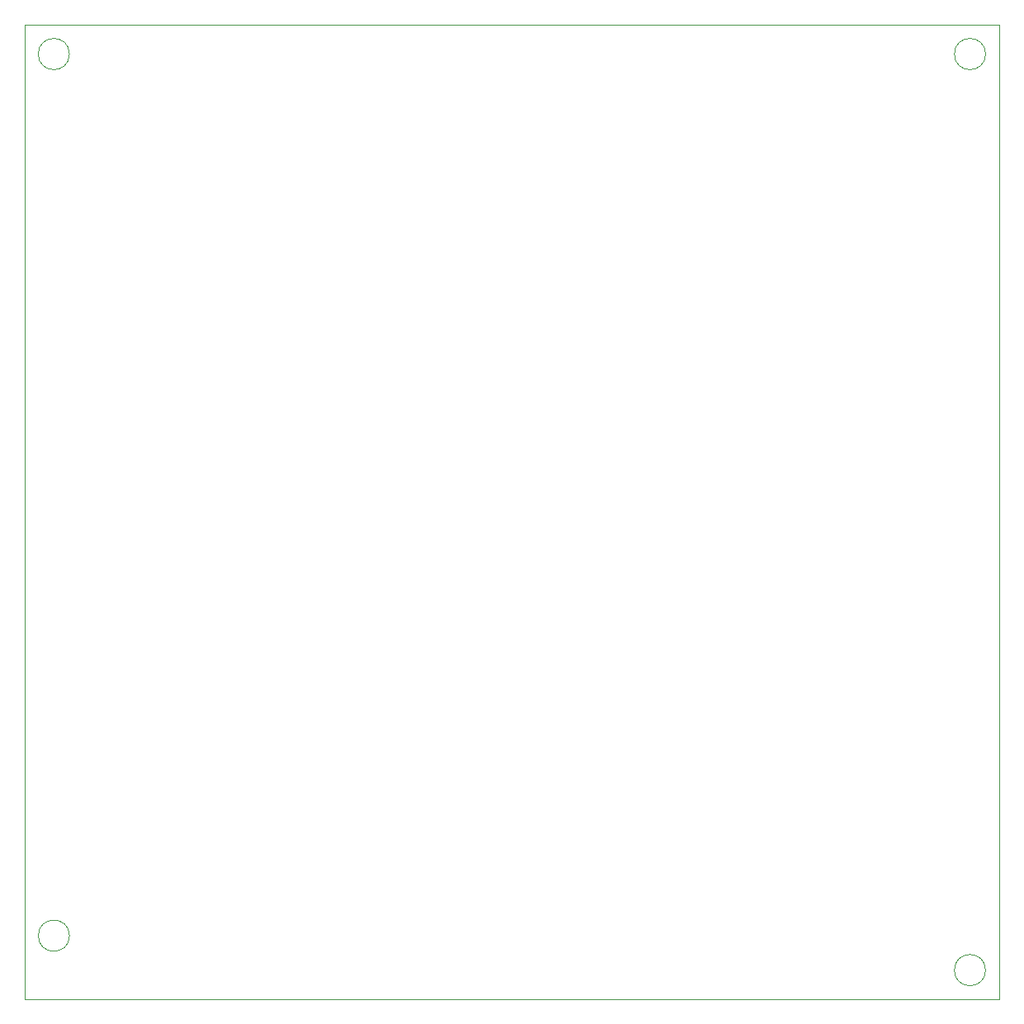
<source format=gbr>
%TF.GenerationSoftware,KiCad,Pcbnew,9.0.0*%
%TF.CreationDate,2025-10-26T21:30:55-07:00*%
%TF.ProjectId,main_supply_3,6d61696e-5f73-4757-9070-6c795f332e6b,rev?*%
%TF.SameCoordinates,Original*%
%TF.FileFunction,Profile,NP*%
%FSLAX46Y46*%
G04 Gerber Fmt 4.6, Leading zero omitted, Abs format (unit mm)*
G04 Created by KiCad (PCBNEW 9.0.0) date 2025-10-26 21:30:55*
%MOMM*%
%LPD*%
G01*
G04 APERTURE LIST*
%TA.AperFunction,Profile*%
%ADD10C,0.050000*%
%TD*%
G04 APERTURE END LIST*
D10*
X198600000Y-53000000D02*
G75*
G02*
X195400000Y-53000000I-1600000J0D01*
G01*
X195400000Y-53000000D02*
G75*
G02*
X198600000Y-53000000I1600000J0D01*
G01*
X198600000Y-147000000D02*
G75*
G02*
X195400000Y-147000000I-1600000J0D01*
G01*
X195400000Y-147000000D02*
G75*
G02*
X198600000Y-147000000I1600000J0D01*
G01*
X100000000Y-50000000D02*
X200000000Y-50000000D01*
X200000000Y-150000000D01*
X100000000Y-150000000D01*
X100000000Y-50000000D01*
X104600000Y-143465000D02*
G75*
G02*
X101400000Y-143465000I-1600000J0D01*
G01*
X101400000Y-143465000D02*
G75*
G02*
X104600000Y-143465000I1600000J0D01*
G01*
X104600000Y-53000000D02*
G75*
G02*
X101400000Y-53000000I-1600000J0D01*
G01*
X101400000Y-53000000D02*
G75*
G02*
X104600000Y-53000000I1600000J0D01*
G01*
M02*

</source>
